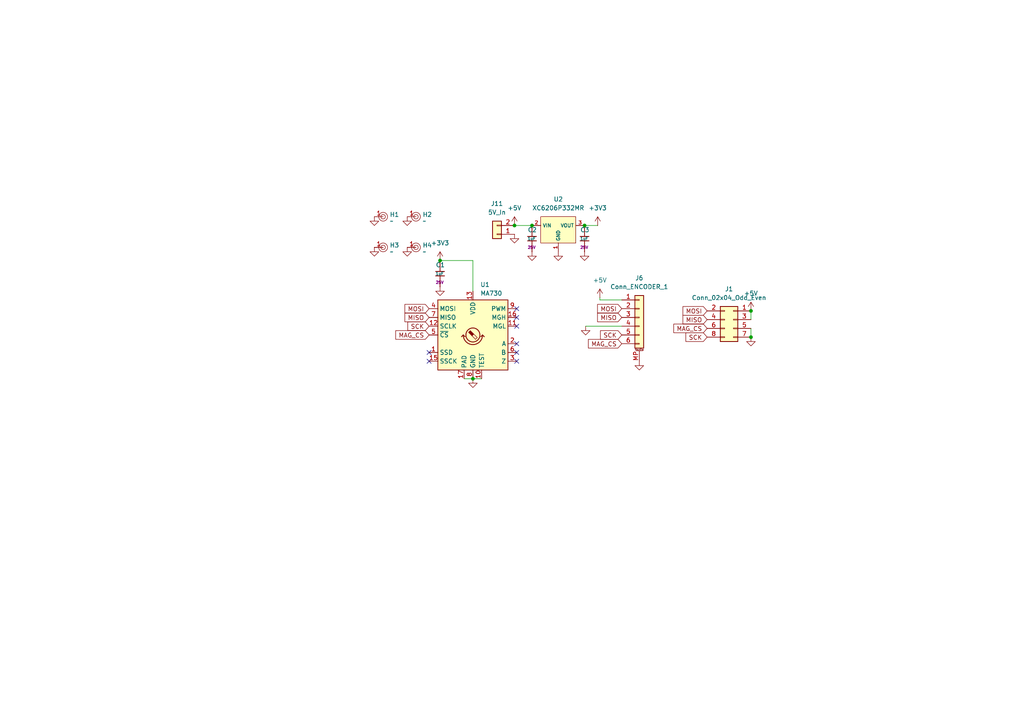
<source format=kicad_sch>
(kicad_sch (version 20250114) (generator "eeschema") (generator_version "9.0")
  (paper "A4")
  (lib_symbols
    (symbol "Connector_Generic:Conn_01x02" (pin_names (offset 1.016) (hide yes))
      (property "Reference" "J" (at 0 2.54 0))
      (property "Value" "Conn_01x02" (at 0 -5.08 0))
      (symbol "Conn_01x02_1_1"
        (rectangle (start -1.27 1.27) (end 1.27 -3.81) (stroke (width 0.254)) (fill (type background)))
        (rectangle (start -1.27 0.127) (end 0 -0.127) (stroke (width 0.1524)))
        (rectangle (start -1.27 -2.413) (end 0 -2.667) (stroke (width 0.1524)))
        (pin passive line (at -5.08 0 0) (length 3.81) (name "Pin_1") (number "1"))
        (pin passive line (at -5.08 -2.54 0) (length 3.81) (name "Pin_2") (number "2"))
      )
    )
    (symbol "Connector_Generic:Conn_02x04_Odd_Even" (pin_names (offset 1.016) (hide yes))
      (property "Reference" "J" (at 1.27 5.08 0))
      (property "Value" "Conn_02x04_Odd_Even" (at 1.27 -7.62 0))
      (symbol "Conn_02x04_Odd_Even_1_1"
        (rectangle (start -1.27 3.81) (end 3.81 -6.35) (stroke (width 0.254)) (fill (type background)))
        (rectangle (start -1.27 2.667) (end 0 2.413) (stroke (width 0.1524)))
        (rectangle (start -1.27 0.127) (end 0 -0.127) (stroke (width 0.1524)))
        (rectangle (start -1.27 -2.413) (end 0 -2.667) (stroke (width 0.1524)))
        (rectangle (start -1.27 -4.953) (end 0 -5.207) (stroke (width 0.1524)))
        (rectangle (start 3.81 2.667) (end 2.54 2.413) (stroke (width 0.1524)))
        (rectangle (start 3.81 0.127) (end 2.54 -0.127) (stroke (width 0.1524)))
        (rectangle (start 3.81 -2.413) (end 2.54 -2.667) (stroke (width 0.1524)))
        (rectangle (start 3.81 -4.953) (end 2.54 -5.207) (stroke (width 0.1524)))
        (pin passive line (at -5.08 2.54 0) (length 3.81) (name "Pin_1") (number "1"))
        (pin passive line (at -5.08 0 0) (length 3.81) (name "Pin_3") (number "3"))
        (pin passive line (at -5.08 -2.54 0) (length 3.81) (name "Pin_5") (number "5"))
        (pin passive line (at -5.08 -5.08 0) (length 3.81) (name "Pin_7") (number "7"))
        (pin passive line (at 7.62 2.54 180) (length 3.81) (name "Pin_2") (number "2"))
        (pin passive line (at 7.62 0 180) (length 3.81) (name "Pin_4") (number "4"))
        (pin passive line (at 7.62 -2.54 180) (length 3.81) (name "Pin_6") (number "6"))
        (pin passive line (at 7.62 -5.08 180) (length 3.81) (name "Pin_8") (number "8"))
      )
    )
    (symbol "Connector_Generic_MountingPin:Conn_01x06_MountingPin" (pin_names (offset 1.016) (hide yes))
      (property "Reference" "J" (at 0 7.62 0))
      (property "Value" "Conn_01x06_MountingPin" (at 1.27 -10.16 0))
      (symbol "Conn_01x06_MountingPin_1_1"
        (rectangle (start -1.27 6.35) (end 1.27 -8.89) (stroke (width 0.254)) (fill (type background)))
        (rectangle (start -1.27 5.207) (end 0 4.953) (stroke (width 0.1524)))
        (rectangle (start -1.27 2.667) (end 0 2.413) (stroke (width 0.1524)))
        (rectangle (start -1.27 0.127) (end 0 -0.127) (stroke (width 0.1524)))
        (rectangle (start -1.27 -2.413) (end 0 -2.667) (stroke (width 0.1524)))
        (rectangle (start -1.27 -4.953) (end 0 -5.207) (stroke (width 0.1524)))
        (rectangle (start -1.27 -7.493) (end 0 -7.747) (stroke (width 0.1524)))
        (polyline (pts (xy -1.016 -9.652) (xy 1.016 -9.652)) (stroke (width 0.1524)))
        (text "Mounting" (at 0 -9.271 0) (effects (font (size 0.381 0.381))))
        (pin passive line (at -5.08 5.08 0) (length 3.81) (name "Pin_1") (number "1"))
        (pin passive line (at -5.08 2.54 0) (length 3.81) (name "Pin_2") (number "2"))
        (pin passive line (at -5.08 0 0) (length 3.81) (name "Pin_3") (number "3"))
        (pin passive line (at -5.08 -2.54 0) (length 3.81) (name "Pin_4") (number "4"))
        (pin passive line (at -5.08 -5.08 0) (length 3.81) (name "Pin_5") (number "5"))
        (pin passive line (at -5.08 -7.62 0) (length 3.81) (name "Pin_6") (number "6"))
        (pin passive line (at 0 -12.7 90) (length 3.048) (name "MountPin") (number "MP"))
      )
    )
    (symbol "PCM_JLCPCB-Capacitors:0402,1uF" (pin_numbers (hide yes)) (pin_names (offset 0))
      (property "Reference" "C" (at 2.032 1.668 0))
      (property "Value" "1uF" (at 2.032 -0.3782 0))
      (property "Voltage Rated" "25V" (at 2.032 -2.0462 0))
      (symbol "0402,1uF_0_1"
        (polyline (pts (xy -1.27 0.635) (xy 1.27 0.635)) (stroke (width 0.254)))
        (polyline (pts (xy -1.27 -0.635) (xy 1.27 -0.635)) (stroke (width 0.254)))
      )
      (symbol "0402,1uF_1_1"
        (pin passive line (at 0 3.81 270) (length 3.175) (name "~") (number "1"))
        (pin passive line (at 0 -3.81 90) (length 3.175) (name "~") (number "2"))
      )
    )
    (symbol "PCM_JLCPCB-Manufacturing:Mounting Hole, 3mm, Via Stiched"
      (property "Reference" "H" (at 2.286 0 0))
      (symbol "Mounting Hole, 3mm, Via Stiched_0_1"
        (circle (center 0 0) (radius 0.635))
        (circle (center 0 0) (radius 1.27))
      )
      (symbol "Mounting Hole, 3mm, Via Stiched_1_1"
        (pin passive line (at -2.54 0 0) (length 2.54) (name "") (number "1"))
      )
    )
    (symbol "PCM_JLCPCB-Power:LDO, 3.3V, 0.2A"
      (property "Reference" "U" (at 0 8.89 0))
      (property "Value" "XC6206P332MR" (at 0 6.35 0))
      (symbol "LDO, 3.3V, 0.2A_0_1"
        (rectangle (start -5.08 5.08) (end 5.08 -2.54) (fill (type background)))
      )
      (symbol "LDO, 3.3V, 0.2A_1_1"
        (pin unspecified line (at -7.62 2.54 0) (length 2.56) (name "VIN") (number "2"))
        (pin unspecified line (at 0 -5.08 90) (length 2.56) (name "GND") (number "1"))
        (pin unspecified line (at 7.62 2.54 180) (length 2.56) (name "VOUT") (number "3"))
      )
    )
    (symbol "Sensor_Magnetic:MA730"
      (property "Reference" "U" (at -10.16 11.43 0))
      (property "Value" "MA730" (at 10.16 11.43 0))
      (symbol "MA730_0_1"
        (rectangle (start -10.16 10.16) (end 10.16 -10.16) (stroke (width 0.254)) (fill (type background)))
        (polyline (pts (xy -2.794 0) (xy -3.302 -0.508)) (stroke (width 0.254)))
        (polyline (pts (xy -2.794 0) (xy -2.286 -0.508)) (stroke (width 0.254)))
        (arc (start 2.794 0) (mid 0 -2.7819) (end -2.794 0) (stroke (width 0.254)))
        (polyline (pts (xy 2.794 0) (xy 2.286 -0.508)) (stroke (width 0.254)))
        (polyline (pts (xy 2.794 0) (xy 3.302 -0.508)) (stroke (width 0.254)))
      )
      (symbol "MA730_1_1"
        (polyline (pts (xy -0.762 1.27) (xy 0.254 0.254) (xy -0.254 -0.254) (xy -1.27 0.762) (xy -1.016 1.016) (xy -0.762 1.27) (xy -0.635 1.143)) (fill (type outline)))
        (circle (center 0 0) (radius 2.032) (stroke (width 0.254)))
        (polyline (pts (xy 0.254 0.254) (xy 1.27 -0.762) (xy 0.762 -1.27) (xy -0.254 -0.254)))
        (pin input line (at -12.7 7.62 0) (length 2.54) (name "MOSI") (number "4"))
        (pin output line (at -12.7 5.08 0) (length 2.54) (name "MISO") (number "7"))
        (pin input line (at -12.7 2.54 0) (length 2.54) (name "SCLK") (number "12"))
        (pin input line (at -12.7 0 0) (length 2.54) (name "~{CS}") (number "5"))
        (pin output line (at -12.7 -5.08 0) (length 2.54) (name "SSD") (number "1"))
        (pin input line (at -12.7 -7.62 0) (length 2.54) (name "SSCK") (number "15"))
        (pin input line (at -2.54 -12.7 90) (length 2.54) (name "PAD") (number "17"))
        (pin power_in line (at 0 12.7 270) (length 2.54) (name "VDD") (number "13"))
        (pin power_in line (at 0 -12.7 90) (length 2.54) (name "GND") (number "8"))
        (pin passive line (at 2.54 -12.7 90) (length 2.54) (name "TEST") (number "10"))
        (pin no_connect line (at 5.08 -10.16 90) (length 2.54) (hide yes) (name "NC") (number "14"))
        (pin output line (at 12.7 7.62 180) (length 2.54) (name "PWM") (number "9"))
        (pin output line (at 12.7 5.08 180) (length 2.54) (name "MGH") (number "16"))
        (pin output line (at 12.7 2.54 180) (length 2.54) (name "MGL") (number "11"))
        (pin output line (at 12.7 -2.54 180) (length 2.54) (name "A") (number "2"))
        (pin output line (at 12.7 -5.08 180) (length 2.54) (name "B") (number "6"))
        (pin output line (at 12.7 -7.62 180) (length 2.54) (name "Z") (number "3"))
      )
    )
    (symbol "power:+3V3" (power) (pin_numbers (hide yes)) (pin_names (offset 0) (hide yes))
      (property "Value" "+3V3" (at 0 3.556 0))
      (symbol "+3V3_0_1"
        (polyline (pts (xy -0.762 1.27) (xy 0 2.54)))
        (polyline (pts (xy 0 2.54) (xy 0.762 1.27)))
        (polyline (pts (xy 0 0) (xy 0 2.54)))
      )
      (symbol "+3V3_1_1"
        (pin power_in line (at 0 0 90) (length 0) (name "~") (number "1"))
      )
    )
    (symbol "power:+5V" (power) (pin_numbers (hide yes)) (pin_names (offset 0) (hide yes))
      (property "Value" "+5V" (at 0 3.556 0))
      (symbol "+5V_0_1"
        (polyline (pts (xy -0.762 1.27) (xy 0 2.54)))
        (polyline (pts (xy 0 2.54) (xy 0.762 1.27)))
        (polyline (pts (xy 0 0) (xy 0 2.54)))
      )
      (symbol "+5V_1_1"
        (pin power_in line (at 0 0 90) (length 0) (name "~") (number "1"))
      )
    )
    (symbol "power:GND" (power) (pin_numbers (hide yes)) (pin_names (offset 0) (hide yes))
      (property "Value" "GND" (at 0 -3.81 0))
      (symbol "GND_0_1"
        (polyline (pts (xy 0 0) (xy 0 -1.27) (xy 1.27 -1.27) (xy 0 -2.54) (xy -1.27 -1.27) (xy 0 -1.27)))
      )
      (symbol "GND_1_1"
        (pin power_in line (at 0 0 270) (length 0) (name "~") (number "1"))
      )
    )
  )
  (junction (at 217.805 97.79))
  (junction (at 154.305 65.405))
  (junction (at 169.545 65.405))
  (junction (at 137.16 109.855))
  (junction (at 127.635 75.565))
  (junction (at 217.805 90.17))
  (junction (at 149.225 65.405))
  (no_connect (at 149.86 104.775))
  (no_connect (at 149.86 102.235))
  (no_connect (at 149.86 99.695))
  (no_connect (at 149.86 89.535))
  (no_connect (at 124.46 104.775))
  (no_connect (at 124.46 102.235))
  (no_connect (at 149.86 92.075))
  (no_connect (at 149.86 94.615))
  (wire (pts (xy 173.99 86.995) (xy 180.34 86.995)))
  (wire (pts (xy 173.99 86.995) (xy 173.99 86.36)))
  (wire (pts (xy 149.225 65.405) (xy 154.305 65.405)))
  (wire (pts (xy 137.16 84.455) (xy 137.16 75.565)))
  (wire (pts (xy 169.8636 94.615) (xy 180.34 94.615)))
  (wire (pts (xy 137.16 109.855) (xy 134.62 109.855)))
  (wire (pts (xy 217.805 95.25) (xy 217.805 97.79)))
  (wire (pts (xy 137.16 75.565) (xy 127.635 75.565)))
  (wire (pts (xy 173.355 65.405) (xy 169.545 65.405)))
  (wire (pts (xy 217.805 90.17) (xy 217.805 92.71)))
  (wire (pts (xy 139.7 109.855) (xy 137.16 109.855)))
  (global_label "MISO" (shape input) (at 124.46 92.075 180) (property "Intersheetrefs" "${INTERSHEET_REFS}" (effects (hide yes))))
  (global_label "MISO" (shape input) (at 205.105 92.71 180) (property "Intersheetrefs" "${INTERSHEET_REFS}" (effects (hide yes))))
  (global_label "MOSI" (shape input) (at 124.46 89.535 180) (property "Intersheetrefs" "${INTERSHEET_REFS}" (effects (hide yes))))
  (global_label "MISO" (shape input) (at 180.34 92.075 180) (property "Intersheetrefs" "${INTERSHEET_REFS}" (effects (hide yes))))
  (global_label "MAG_CS" (shape input) (at 180.34 99.695 180) (property "Intersheetrefs" "${INTERSHEET_REFS}" (effects (hide yes))))
  (global_label "MAG_CS" (shape input) (at 124.46 97.155 180) (property "Intersheetrefs" "${INTERSHEET_REFS}" (effects (hide yes))))
  (global_label "MOSI" (shape input) (at 180.34 89.535 180) (property "Intersheetrefs" "${INTERSHEET_REFS}" (effects (hide yes))))
  (global_label "MAG_CS" (shape input) (at 205.105 95.25 180) (property "Intersheetrefs" "${INTERSHEET_REFS}" (effects (hide yes))))
  (global_label "SCK" (shape input) (at 205.105 97.79 180) (property "Intersheetrefs" "${INTERSHEET_REFS}" (effects (hide yes))))
  (global_label "SCK" (shape input) (at 180.34 97.155 180) (property "Intersheetrefs" "${INTERSHEET_REFS}" (effects (hide yes))))
  (global_label "SCK" (shape input) (at 124.46 94.615 180) (property "Intersheetrefs" "${INTERSHEET_REFS}" (effects (hide yes))))
  (global_label "MOSI" (shape input) (at 205.105 90.17 180) (property "Intersheetrefs" "${INTERSHEET_REFS}" (effects (hide yes))))
  (symbol (lib_id "power:GND") (at 169.8636 94.615 0) (mirror y) (unit 1)
    (property "Reference" "#PWR043" (effects (hide yes)))
    (property "Value" "GND" (effects (hide yes)))
    (property "Description" "Power symbol creates a global label with name \"GND\" , ground" (effects (hide yes)))
  )
  (symbol (lib_id "power:+5V") (at 217.805 90.17 0) (unit 1)
    (property "Reference" "#PWR061" (effects (hide yes)))
    (property "Value" "+5V" (at 217.805 85.09 0))
    (property "Description" "Power symbol creates a global label with name \"+5V\"" (effects (hide yes)))
  )
  (symbol (lib_id "power:+5V") (at 173.99 86.36 0) (unit 1)
    (property "Reference" "#PWR060" (effects (hide yes)))
    (property "Value" "+5V" (at 173.99 81.28 0))
    (property "Description" "Power symbol creates a global label with name \"+5V\"" (effects (hide yes)))
  )
  (symbol (lib_id "power:+5V") (at 149.225 65.405 0) (unit 1)
    (property "Reference" "#PWR056" (effects (hide yes)))
    (property "Value" "+5V" (at 149.225 60.325 0))
    (property "Description" "Power symbol creates a global label with name \"+5V\"" (effects (hide yes)))
  )
  (symbol (lib_id "power:+3V3") (at 173.355 65.405 0) (mirror y) (unit 1)
    (property "Reference" "#PWR042" (effects (hide yes)))
    (property "Value" "+3V3" (at 173.355 60.325 0))
    (property "Description" "Power symbol creates a global label with name \"+3V3\"" (effects (hide yes)))
  )
  (symbol (lib_id "PCM_JLCPCB-Manufacturing:Mounting Hole, 3mm, Via Stiched") (at 111.125 62.865 0) (unit 1)
    (property "Reference" "H1" (at 113.03 62.2299 0) (effects (justify left)))
    (property "Value" "~" (at 113.03 64.135 0) (effects (justify left)))
    (property "Footprint" "PCM_JLCPCB:Hole, 3mm" (effects (hide yes)))
  )
  (symbol (lib_id "power:GND") (at 127.635 83.185 0) (unit 1)
    (property "Reference" "#PWR051" (effects (hide yes)))
    (property "Value" "GND" (effects (hide yes)))
    (property "Description" "Power symbol creates a global label with name \"GND\" , ground" (effects (hide yes)))
  )
  (symbol (lib_id "power:GND") (at 149.225 67.945 0) (unit 1)
    (property "Reference" "#PWR057" (effects (hide yes)))
    (property "Value" "GND" (effects (hide yes)))
    (property "Description" "Power symbol creates a global label with name \"GND\" , ground" (effects (hide yes)))
  )
  (symbol (lib_id "power:GND") (at 137.16 109.855 0) (unit 1)
    (property "Reference" "#PWR058" (effects (hide yes)))
    (property "Value" "GND" (effects (hide yes)))
    (property "Description" "Power symbol creates a global label with name \"GND\" , ground" (effects (hide yes)))
  )
  (symbol (lib_id "Connector_Generic:Conn_01x02") (at 144.145 67.945 180) (unit 1)
    (property "Reference" "J11" (at 144.145 59.055 0))
    (property "Value" "5V_In" (at 144.145 61.595 0))
    (property "Footprint" "Connector_JST:JST_XH_B2B-XH-A_1x02_P2.50mm_Vertical" (effects (hide yes)))
    (property "Description" "Generic connector, single row, 01x02, script generated (kicad-library-utils/schlib/autogen/connector/)" (effects (hide yes)))
  )
  (symbol (lib_id "PCM_JLCPCB-Power:LDO, 3.3V, 0.2A") (at 161.925 67.945 0) (unit 1)
    (property "Reference" "U2" (at 161.925 57.785 0))
    (property "Value" "XC6206P332MR" (at 161.925 60.325 0))
    (property "Footprint" "PCM_JLCPCB:SOT-23-3_L2.9-W1.6-P1.90-LS2.8-BR" (effects (hide yes)))
    (property "Datasheet" "https://www.lcsc.com/datasheet/lcsc_datasheet_2304140030_Torex-Semicon-XC6206P332MR-G_C5446.pdf" (effects (hide yes)))
    (property "Description" "200mA Fixed 3.3V Positive electrode 6V SOT-23-3L Voltage Regulators - Linear, Low Drop Out (LDO) Regulators ROHS" (effects (hide yes)))
    (property "LCSC" "C5446" (effects (hide yes)))
    (property "Stock" "403960" (effects (hide yes)))
    (property "Price" "0.093USD" (effects (hide yes)))
    (property "Process" "SMT" (effects (hide yes)))
    (property "Minimum Qty" "5" (effects (hide yes)))
    (property "Attrition Qty" "2" (effects (hide yes)))
    (property "Class" "Basic Component" (effects (hide yes)))
    (property "Category" "Power Management ICs,Linear Voltage Regulators (LDO)" (effects (hide yes)))
    (property "Manufacturer" "Torex Semicon" (effects (hide yes)))
    (property "Part" "XC6206P332MR-G" (effects (hide yes)))
    (property "Number Of Outputs" "1" (effects (hide yes)))
    (property "Output Voltage" "3.3V" (effects (hide yes)))
    (property "Dropout Voltage" "680mV@(100mA)" (effects (hide yes)))
    (property "Output Current" "200mA" (effects (hide yes)))
    (property "Output Type" "Fixed" (effects (hide yes)))
    (property "Maximum Input Voltage" "6V" (effects (hide yes)))
    (property "Output Polarity" "Positive electrode" (effects (hide yes)))
    (property "Feature" "Low ESR;Overcurrent Protection(OCP)" (effects (hide yes)))
  )
  (symbol (lib_id "Connector_Generic:Conn_02x04_Odd_Even") (at 212.725 92.71 0) (mirror y) (unit 1)
    (property "Reference" "J1" (at 211.455 83.82 0))
    (property "Value" "Conn_02x04_Odd_Even" (at 211.455 86.36 0))
    (property "Footprint" "Connector_PinHeader_2.54mm:PinHeader_2x04_P2.54mm_Vertical" (effects (hide yes)))
    (property "Description" "Generic connector, double row, 02x04, odd/even pin numbering scheme (row 1 odd numbers, row 2 even numbers), script generated (kicad-library-utils/schlib/autogen/connector/)" (effects (hide yes)))
  )
  (symbol (lib_id "PCM_JLCPCB-Capacitors:0402,1uF") (at 154.305 69.215 0) (unit 1)
    (property "Reference" "C2" (at 153.035 66.6749 0) (effects (justify left)))
    (property "Value" "1uF" (at 153.035 69.215 0) (effects (font (size 0.8 0.8)) (justify left)))
    (property "Footprint" "PCM_JLCPCB:C_0402" (effects (hide yes)))
    (property "Datasheet" "https://www.lcsc.com/datasheet/lcsc_datasheet_2304140030_Samsung-Electro-Mechanics-CL05A105KA5NQNC_C52923.pdf" (effects (hide yes)))
    (property "Description" "25V 1uF X5R ±10% 0402 Multilayer Ceramic Capacitors MLCC - SMD/SMT ROHS" (effects (hide yes)))
    (property "LCSC" "C52923" (effects (hide yes)))
    (property "Stock" "7796525" (effects (hide yes)))
    (property "Price" "0.006USD" (effects (hide yes)))
    (property "Process" "SMT" (effects (hide yes)))
    (property "Minimum Qty" "20" (effects (hide yes)))
    (property "Attrition Qty" "10" (effects (hide yes)))
    (property "Class" "Basic Component" (effects (hide yes)))
    (property "Category" "Capacitors,Multilayer Ceramic Capacitors MLCC - SMD/SMT" (effects (hide yes)))
    (property "Manufacturer" "Samsung Electro-Mechanics" (effects (hide yes)))
    (property "Part" "CL05A105KA5NQNC" (effects (hide yes)))
    (property "Voltage Rated" "25V" (at 153.035 71.755 0) (effects (font (size 0.8 0.8)) (justify left)))
    (property "Tolerance" "±10%" (effects (hide yes)))
    (property "Capacitance" "1uF" (effects (hide yes)))
    (property "Temperature Coefficient" "X5R" (effects (hide yes)))
  )
  (symbol (lib_id "power:GND") (at 118.11 62.865 0) (unit 1)
    (property "Reference" "#PWR053" (effects (hide yes)))
    (property "Value" "GND" (effects (hide yes)))
    (property "Description" "Power symbol creates a global label with name \"GND\" , ground" (effects (hide yes)))
  )
  (symbol (lib_id "power:GND") (at 217.805 97.79 0) (unit 1)
    (property "Reference" "#PWR059" (effects (hide yes)))
    (property "Value" "GND" (effects (hide yes)))
    (property "Description" "Power symbol creates a global label with name \"GND\" , ground" (effects (hide yes)))
  )
  (symbol (lib_id "power:GND") (at 169.545 73.025 0) (unit 1)
    (property "Reference" "#PWR048" (effects (hide yes)))
    (property "Value" "GND" (effects (hide yes)))
    (property "Description" "Power symbol creates a global label with name \"GND\" , ground" (effects (hide yes)))
  )
  (symbol (lib_id "power:+3V3") (at 127.635 75.565 0) (mirror y) (unit 1)
    (property "Reference" "#PWR044" (effects (hide yes)))
    (property "Value" "+3V3" (at 127.635 70.485 0))
    (property "Description" "Power symbol creates a global label with name \"+3V3\"" (effects (hide yes)))
  )
  (symbol (lib_id "power:GND") (at 154.305 73.025 0) (unit 1)
    (property "Reference" "#PWR049" (effects (hide yes)))
    (property "Value" "GND" (effects (hide yes)))
    (property "Description" "Power symbol creates a global label with name \"GND\" , ground" (effects (hide yes)))
  )
  (symbol (lib_id "PCM_JLCPCB-Manufacturing:Mounting Hole, 3mm, Via Stiched") (at 111.125 71.755 0) (unit 1)
    (property "Reference" "H3" (at 113.03 71.1199 0) (effects (justify left)))
    (property "Value" "~" (at 113.03 73.025 0) (effects (justify left)))
    (property "Footprint" "PCM_JLCPCB:Hole, 3mm" (effects (hide yes)))
  )
  (symbol (lib_id "Sensor_Magnetic:MA730") (at 137.16 97.155 0) (unit 1)
    (property "Reference" "U1" (at 139.3033 82.55 0) (effects (justify left)))
    (property "Value" "MA730" (at 139.3033 85.09 0) (effects (justify left)))
    (property "Footprint" "Package_DFN_QFN:QFN-16-1EP_3x3mm_P0.5mm_EP1.75x1.75mm" (effects (hide yes)))
    (property "Datasheet" "https://www.monolithicpower.com/pub/media/document/m/a/ma730_r1.01.pdf" (effects (hide yes)))
    (property "Description" "Magnetic rotary angle sensor, 14-bit, SPI interface, ABZ, PWM, QFN-16" (effects (hide yes)))
  )
  (symbol (lib_id "power:GND") (at 118.11 71.755 0) (unit 1)
    (property "Reference" "#PWR052" (effects (hide yes)))
    (property "Value" "GND" (effects (hide yes)))
    (property "Description" "Power symbol creates a global label with name \"GND\" , ground" (effects (hide yes)))
  )
  (symbol (lib_id "power:GND") (at 185.42 104.775 0) (unit 1)
    (property "Reference" "#PWR047" (effects (hide yes)))
    (property "Value" "GND" (effects (hide yes)))
    (property "Description" "Power symbol creates a global label with name \"GND\" , ground" (effects (hide yes)))
  )
  (symbol (lib_id "PCM_JLCPCB-Capacitors:0402,1uF") (at 127.635 79.375 0) (unit 1)
    (property "Reference" "C1" (at 126.365 76.8349 0) (effects (justify left)))
    (property "Value" "1uF" (at 126.365 79.375 0) (effects (font (size 0.8 0.8)) (justify left)))
    (property "Footprint" "PCM_JLCPCB:C_0402" (effects (hide yes)))
    (property "Datasheet" "https://www.lcsc.com/datasheet/lcsc_datasheet_2304140030_Samsung-Electro-Mechanics-CL05A105KA5NQNC_C52923.pdf" (effects (hide yes)))
    (property "Description" "25V 1uF X5R ±10% 0402 Multilayer Ceramic Capacitors MLCC - SMD/SMT ROHS" (effects (hide yes)))
    (property "LCSC" "C52923" (effects (hide yes)))
    (property "Stock" "7796525" (effects (hide yes)))
    (property "Price" "0.006USD" (effects (hide yes)))
    (property "Process" "SMT" (effects (hide yes)))
    (property "Minimum Qty" "20" (effects (hide yes)))
    (property "Attrition Qty" "10" (effects (hide yes)))
    (property "Class" "Basic Component" (effects (hide yes)))
    (property "Category" "Capacitors,Multilayer Ceramic Capacitors MLCC - SMD/SMT" (effects (hide yes)))
    (property "Manufacturer" "Samsung Electro-Mechanics" (effects (hide yes)))
    (property "Part" "CL05A105KA5NQNC" (effects (hide yes)))
    (property "Voltage Rated" "25V" (at 126.365 81.915 0) (effects (font (size 0.8 0.8)) (justify left)))
    (property "Tolerance" "±10%" (effects (hide yes)))
    (property "Capacitance" "1uF" (effects (hide yes)))
    (property "Temperature Coefficient" "X5R" (effects (hide yes)))
  )
  (symbol (lib_id "Connector_Generic_MountingPin:Conn_01x06_MountingPin") (at 185.42 92.075 0) (unit 1)
    (property "Reference" "J6" (at 185.42 80.645 0))
    (property "Value" "Conn_ENCODER_1" (at 185.42 83.185 0))
    (property "Footprint" "Connector_FFC-FPC:Hirose_FH12-6S-0.5SH_1x06-1MP_P0.50mm_Horizontal" (effects (hide yes)))
    (property "Description" "Generic connectable mounting pin connector, single row, 01x06, script generated (kicad-library-utils/schlib/autogen/connector/)" (effects (hide yes)))
  )
  (symbol (lib_id "PCM_JLCPCB-Capacitors:0402,1uF") (at 169.545 69.215 0) (unit 1)
    (property "Reference" "C3" (at 168.275 66.6749 0) (effects (justify left)))
    (property "Value" "1uF" (at 168.275 69.215 0) (effects (font (size 0.8 0.8)) (justify left)))
    (property "Footprint" "PCM_JLCPCB:C_0402" (effects (hide yes)))
    (property "Datasheet" "https://www.lcsc.com/datasheet/lcsc_datasheet_2304140030_Samsung-Electro-Mechanics-CL05A105KA5NQNC_C52923.pdf" (effects (hide yes)))
    (property "Description" "25V 1uF X5R ±10% 0402 Multilayer Ceramic Capacitors MLCC - SMD/SMT ROHS" (effects (hide yes)))
    (property "LCSC" "C52923" (effects (hide yes)))
    (property "Stock" "7796525" (effects (hide yes)))
    (property "Price" "0.006USD" (effects (hide yes)))
    (property "Process" "SMT" (effects (hide yes)))
    (property "Minimum Qty" "20" (effects (hide yes)))
    (property "Attrition Qty" "10" (effects (hide yes)))
    (property "Class" "Basic Component" (effects (hide yes)))
    (property "Category" "Capacitors,Multilayer Ceramic Capacitors MLCC - SMD/SMT" (effects (hide yes)))
    (property "Manufacturer" "Samsung Electro-Mechanics" (effects (hide yes)))
    (property "Part" "CL05A105KA5NQNC" (effects (hide yes)))
    (property "Voltage Rated" "25V" (at 168.275 71.755 0) (effects (font (size 0.8 0.8)) (justify left)))
    (property "Tolerance" "±10%" (effects (hide yes)))
    (property "Capacitance" "1uF" (effects (hide yes)))
    (property "Temperature Coefficient" "X5R" (effects (hide yes)))
  )
  (symbol (lib_id "power:GND") (at 161.925 73.025 0) (unit 1)
    (property "Reference" "#PWR050" (effects (hide yes)))
    (property "Value" "GND" (effects (hide yes)))
    (property "Description" "Power symbol creates a global label with name \"GND\" , ground" (effects (hide yes)))
  )
  (symbol (lib_id "power:GND") (at 108.585 62.865 0) (unit 1)
    (property "Reference" "#PWR054" (effects (hide yes)))
    (property "Value" "GND" (effects (hide yes)))
    (property "Description" "Power symbol creates a global label with name \"GND\" , ground" (effects (hide yes)))
  )
  (symbol (lib_id "power:GND") (at 108.585 71.755 0) (unit 1)
    (property "Reference" "#PWR055" (effects (hide yes)))
    (property "Value" "GND" (effects (hide yes)))
    (property "Description" "Power symbol creates a global label with name \"GND\" , ground" (effects (hide yes)))
  )
  (symbol (lib_id "PCM_JLCPCB-Manufacturing:Mounting Hole, 3mm, Via Stiched") (at 120.65 71.755 0) (unit 1)
    (property "Reference" "H4" (at 122.555 71.1199 0) (effects (justify left)))
    (property "Value" "~" (at 122.555 73.025 0) (effects (justify left)))
    (property "Footprint" "PCM_JLCPCB:Hole, 3mm" (effects (hide yes)))
  )
  (symbol (lib_id "PCM_JLCPCB-Manufacturing:Mounting Hole, 3mm, Via Stiched") (at 120.65 62.865 0) (unit 1)
    (property "Reference" "H2" (at 122.555 62.2299 0) (effects (justify left)))
    (property "Value" "~" (at 122.555 64.135 0) (effects (justify left)))
    (property "Footprint" "PCM_JLCPCB:Hole, 3mm" (effects (hide yes)))
  )
)
</source>
